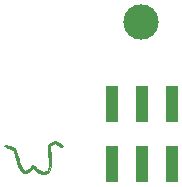
<source format=gbr>
G04 #@! TF.GenerationSoftware,KiCad,Pcbnew,5.1.2*
G04 #@! TF.CreationDate,2019-07-12T11:27:54-05:00*
G04 #@! TF.ProjectId,Tux,5475782e-6b69-4636-9164-5f7063625858,rev?*
G04 #@! TF.SameCoordinates,Original*
G04 #@! TF.FileFunction,Copper,L2,Bot*
G04 #@! TF.FilePolarity,Positive*
%FSLAX46Y46*%
G04 Gerber Fmt 4.6, Leading zero omitted, Abs format (unit mm)*
G04 Created by KiCad (PCBNEW 5.1.2) date 2019-07-12 11:27:54*
%MOMM*%
%LPD*%
G04 APERTURE LIST*
%ADD10C,0.010000*%
%ADD11C,3.000000*%
%ADD12R,1.000000X3.150000*%
G04 APERTURE END LIST*
D10*
G36*
X147850587Y-105149101D02*
G01*
X147667524Y-105241441D01*
X147531592Y-105375243D01*
X147524211Y-105386445D01*
X147485704Y-105456560D01*
X147464213Y-105531161D01*
X147457740Y-105631906D01*
X147464287Y-105780454D01*
X147475088Y-105919000D01*
X147488682Y-106127176D01*
X147499873Y-106385106D01*
X147507394Y-106657886D01*
X147509962Y-106879064D01*
X147509221Y-107111042D01*
X147504387Y-107275025D01*
X147493305Y-107387664D01*
X147473820Y-107465610D01*
X147443775Y-107525512D01*
X147422268Y-107556397D01*
X147336398Y-107641274D01*
X147222822Y-107681004D01*
X147149984Y-107689227D01*
X146902110Y-107670096D01*
X146674281Y-107572890D01*
X146460656Y-107394818D01*
X146405776Y-107333825D01*
X146301108Y-107220241D01*
X146210934Y-107138178D01*
X146153859Y-107104453D01*
X146151888Y-107104334D01*
X146096245Y-107137452D01*
X146022818Y-107221096D01*
X145990495Y-107268393D01*
X145843131Y-107459127D01*
X145693087Y-107573226D01*
X145545716Y-107609020D01*
X145406369Y-107564837D01*
X145312029Y-107480223D01*
X145231347Y-107371415D01*
X145161066Y-107243458D01*
X145093918Y-107079221D01*
X145022636Y-106861574D01*
X144964015Y-106659834D01*
X144904550Y-106449010D01*
X144842317Y-106229557D01*
X144788667Y-106041471D01*
X144777754Y-106003442D01*
X144698584Y-105728050D01*
X144270435Y-105564582D01*
X144052433Y-105485972D01*
X143904002Y-105443703D01*
X143818999Y-105436227D01*
X143797855Y-105445545D01*
X143767323Y-105504474D01*
X143800260Y-105564145D01*
X143902714Y-105629634D01*
X144080730Y-105706021D01*
X144130113Y-105724600D01*
X144289737Y-105786840D01*
X144420704Y-105843866D01*
X144500730Y-105885783D01*
X144511473Y-105893933D01*
X144539685Y-105950037D01*
X144583474Y-106071746D01*
X144637447Y-106242637D01*
X144696210Y-106446288D01*
X144712749Y-106506804D01*
X144823263Y-106888610D01*
X144929349Y-107193568D01*
X145035154Y-107429062D01*
X145144827Y-107602475D01*
X145262515Y-107721190D01*
X145392365Y-107792591D01*
X145443931Y-107808398D01*
X145617621Y-107811191D01*
X145801426Y-107744646D01*
X145973741Y-107617924D01*
X146027431Y-107560944D01*
X146178489Y-107384467D01*
X146348458Y-107561355D01*
X146532966Y-107727866D01*
X146716288Y-107830737D01*
X146929082Y-107884778D01*
X147043587Y-107897186D01*
X147201029Y-107903485D01*
X147310094Y-107887957D01*
X147405756Y-107843620D01*
X147447666Y-107816552D01*
X147575913Y-107688677D01*
X147667302Y-107501493D01*
X147722345Y-107251317D01*
X147741551Y-106934461D01*
X147725431Y-106547242D01*
X147680818Y-106133076D01*
X147652055Y-105881873D01*
X147644811Y-105698459D01*
X147662863Y-105567833D01*
X147709991Y-105474997D01*
X147789973Y-105404951D01*
X147876298Y-105357122D01*
X148021342Y-105312101D01*
X148159703Y-105330585D01*
X148307459Y-105417350D01*
X148423421Y-105519650D01*
X148518884Y-105605110D01*
X148581491Y-105635811D01*
X148633708Y-105621090D01*
X148646473Y-105612361D01*
X148693927Y-105567661D01*
X148687648Y-105518669D01*
X148649475Y-105459482D01*
X148540040Y-105346072D01*
X148387499Y-105239287D01*
X148222595Y-105156782D01*
X148076072Y-105116212D01*
X148049026Y-105114667D01*
X147850587Y-105149101D01*
X147850587Y-105149101D01*
G37*
X147850587Y-105149101D02*
X147667524Y-105241441D01*
X147531592Y-105375243D01*
X147524211Y-105386445D01*
X147485704Y-105456560D01*
X147464213Y-105531161D01*
X147457740Y-105631906D01*
X147464287Y-105780454D01*
X147475088Y-105919000D01*
X147488682Y-106127176D01*
X147499873Y-106385106D01*
X147507394Y-106657886D01*
X147509962Y-106879064D01*
X147509221Y-107111042D01*
X147504387Y-107275025D01*
X147493305Y-107387664D01*
X147473820Y-107465610D01*
X147443775Y-107525512D01*
X147422268Y-107556397D01*
X147336398Y-107641274D01*
X147222822Y-107681004D01*
X147149984Y-107689227D01*
X146902110Y-107670096D01*
X146674281Y-107572890D01*
X146460656Y-107394818D01*
X146405776Y-107333825D01*
X146301108Y-107220241D01*
X146210934Y-107138178D01*
X146153859Y-107104453D01*
X146151888Y-107104334D01*
X146096245Y-107137452D01*
X146022818Y-107221096D01*
X145990495Y-107268393D01*
X145843131Y-107459127D01*
X145693087Y-107573226D01*
X145545716Y-107609020D01*
X145406369Y-107564837D01*
X145312029Y-107480223D01*
X145231347Y-107371415D01*
X145161066Y-107243458D01*
X145093918Y-107079221D01*
X145022636Y-106861574D01*
X144964015Y-106659834D01*
X144904550Y-106449010D01*
X144842317Y-106229557D01*
X144788667Y-106041471D01*
X144777754Y-106003442D01*
X144698584Y-105728050D01*
X144270435Y-105564582D01*
X144052433Y-105485972D01*
X143904002Y-105443703D01*
X143818999Y-105436227D01*
X143797855Y-105445545D01*
X143767323Y-105504474D01*
X143800260Y-105564145D01*
X143902714Y-105629634D01*
X144080730Y-105706021D01*
X144130113Y-105724600D01*
X144289737Y-105786840D01*
X144420704Y-105843866D01*
X144500730Y-105885783D01*
X144511473Y-105893933D01*
X144539685Y-105950037D01*
X144583474Y-106071746D01*
X144637447Y-106242637D01*
X144696210Y-106446288D01*
X144712749Y-106506804D01*
X144823263Y-106888610D01*
X144929349Y-107193568D01*
X145035154Y-107429062D01*
X145144827Y-107602475D01*
X145262515Y-107721190D01*
X145392365Y-107792591D01*
X145443931Y-107808398D01*
X145617621Y-107811191D01*
X145801426Y-107744646D01*
X145973741Y-107617924D01*
X146027431Y-107560944D01*
X146178489Y-107384467D01*
X146348458Y-107561355D01*
X146532966Y-107727866D01*
X146716288Y-107830737D01*
X146929082Y-107884778D01*
X147043587Y-107897186D01*
X147201029Y-107903485D01*
X147310094Y-107887957D01*
X147405756Y-107843620D01*
X147447666Y-107816552D01*
X147575913Y-107688677D01*
X147667302Y-107501493D01*
X147722345Y-107251317D01*
X147741551Y-106934461D01*
X147725431Y-106547242D01*
X147680818Y-106133076D01*
X147652055Y-105881873D01*
X147644811Y-105698459D01*
X147662863Y-105567833D01*
X147709991Y-105474997D01*
X147789973Y-105404951D01*
X147876298Y-105357122D01*
X148021342Y-105312101D01*
X148159703Y-105330585D01*
X148307459Y-105417350D01*
X148423421Y-105519650D01*
X148518884Y-105605110D01*
X148581491Y-105635811D01*
X148633708Y-105621090D01*
X148646473Y-105612361D01*
X148693927Y-105567661D01*
X148687648Y-105518669D01*
X148649475Y-105459482D01*
X148540040Y-105346072D01*
X148387499Y-105239287D01*
X148222595Y-105156782D01*
X148076072Y-105116212D01*
X148049026Y-105114667D01*
X147850587Y-105149101D01*
D11*
X155360000Y-95030000D03*
D12*
X157950000Y-107045000D03*
X157950000Y-101995000D03*
X155410000Y-107045000D03*
X155410000Y-101995000D03*
X152870000Y-107045000D03*
X152870000Y-101995000D03*
M02*

</source>
